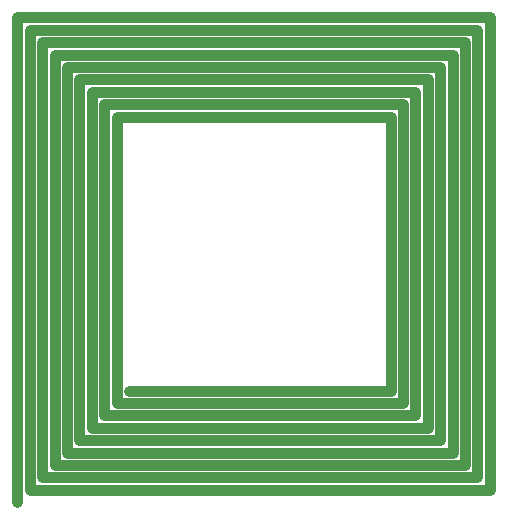
<source format=gbr>
%TF.GenerationSoftware,KiCad,Pcbnew,8.0.3*%
%TF.CreationDate,2024-07-13T14:07:08-07:00*%
%TF.ProjectId,,58585858-5858-4585-9858-585858585858,rev?*%
%TF.SameCoordinates,Original*%
%TF.FileFunction,Copper,L1,Top*%
%TF.FilePolarity,Positive*%
%FSLAX46Y46*%
G04 Gerber Fmt 4.6, Leading zero omitted, Abs format (unit mm)*
G04 Created by KiCad (PCBNEW 8.0.3) date 2024-07-13 14:07:08*
%MOMM*%
%LPD*%
G01*
G04 APERTURE LIST*
%TA.AperFunction,Conductor*%
%ADD10C,0.900000*%
%TD*%
G04 APERTURE END LIST*
D10*
%TO.N,*%
X161600000Y-111600000D02*
X139450000Y-111600000D01*
X161600000Y-88400000D02*
X161600000Y-111600000D01*
X138400000Y-88400000D02*
X161600000Y-88400000D01*
X138400000Y-112650000D02*
X138400000Y-88400000D01*
X162650000Y-112650000D02*
X138400000Y-112650000D01*
X162650000Y-87350000D02*
X162650000Y-112650000D01*
X137350000Y-87350000D02*
X162650000Y-87350000D01*
X137350000Y-113700000D02*
X137350000Y-87350000D01*
X163700000Y-113700000D02*
X137350000Y-113700000D01*
X163700000Y-86300000D02*
X163700000Y-113700000D01*
X136300000Y-86300000D02*
X163700000Y-86300000D01*
X136300000Y-114750000D02*
X136300000Y-86300000D01*
X164750000Y-114750000D02*
X136300000Y-114750000D01*
X164750000Y-85250000D02*
X164750000Y-114750000D01*
X135250000Y-85250000D02*
X164750000Y-85250000D01*
X135250000Y-115800000D02*
X135250000Y-85250000D01*
X165800000Y-115800000D02*
X135250000Y-115800000D01*
X165800000Y-84200000D02*
X165800000Y-115800000D01*
X134199999Y-84200000D02*
X165800000Y-84200000D01*
X134199999Y-116850000D02*
X134199999Y-84200000D01*
X166850000Y-116850000D02*
X134199999Y-116850000D01*
X166850000Y-83150000D02*
X166850000Y-116850000D01*
X133150000Y-83150000D02*
X166850000Y-83150000D01*
X133150000Y-117900000D02*
X133150000Y-83150000D01*
X167900000Y-117900000D02*
X133150000Y-117900000D01*
X167900000Y-82100000D02*
X167900000Y-117900000D01*
X132100000Y-82100000D02*
X167900000Y-82100000D01*
X132100000Y-118950000D02*
X132100000Y-82100000D01*
X168950000Y-118950000D02*
X132100000Y-118950000D01*
X168950000Y-81050000D02*
X168950000Y-118950000D01*
X131050000Y-81050000D02*
X168950000Y-81050000D01*
X131050000Y-120000000D02*
X131050000Y-81050000D01*
X170000000Y-120000000D02*
X131050000Y-120000000D01*
X170000000Y-80000000D02*
X170000000Y-120000000D01*
X130000000Y-80000000D02*
X170000000Y-80000000D01*
X130000000Y-121050000D02*
X130000000Y-80000000D01*
%TD*%
M02*

</source>
